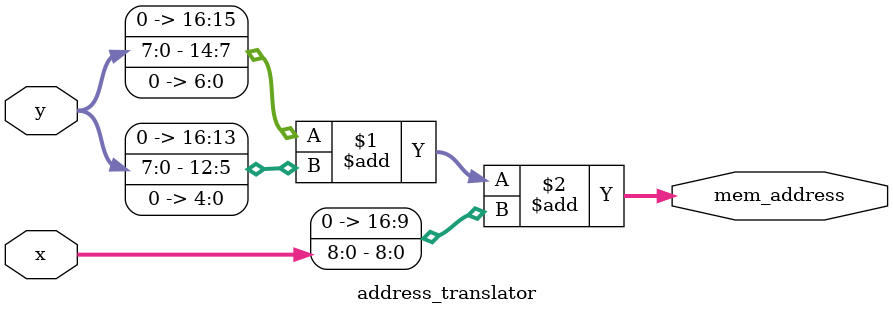
<source format=v>

`timescale 1ns / 1ns
`default_nettype none

`include "resolution.v"

module vga_demo (CLOCK_50, KEY, HEX5, HEX4, HEX3, HEX2, HEX1, HEX0, VGA_X, VGA_Y, VGA_COLOR, plot);

    parameter nX = `ifdef VGA_640_480 10 `elsif VGA_320_240 9 `else 8 `endif ; // VGA x bitwidth
    parameter nY = nX - 1;

    // Number of columns and rows in the video memory
    parameter COLS = `ifdef VGA_640_480 640 `elsif VGA_320_240 320 `else 160 `endif ;
    parameter ROWS = `ifdef VGA_640_480 480 `elsif VGA_320_240 240 `else 120 `endif ;
    // Number of address bits on the video memory
    parameter Mn =   `ifdef VGA_640_480 19  `elsif VGA_320_240 17  `else 15  `endif ;

    parameter STEP = 24'h000011 ;

    input wire CLOCK_50;            // DE-series board 50 MHz Clock
    input wire [3:0] KEY;           // push buttons
    output wire [6:0] HEX5, HEX4, HEX3, HEX2, HEX1, HEX0;   // 7-segment displays
    output wire [nX-1:0] VGA_X;     // VGA column
    output wire [nY-1:0] VGA_Y;     // VGA row
    output wire [23:0] VGA_COLOR;   // VGA pixel colour (24-bit color)
    output wire plot;               // Pixel is drawn plot = 1

    wire Resetn;                    // active-low reset
    assign Resetn = KEY[0];
    reg [nX-1:0] x;                 // used when drawing individual colors
    reg [nY-1:0] y;                 // used when drawing individual colors
    reg [23:0] color;               // used when drawing individual colors
    reg [2:0] ramp;     // used to ramp up/down RGB components of the rainbow

    always @(posedge CLOCK_50) begin
        if (Resetn == 0) begin
            x <= COLS >> 2;         // set starting x coordinate
            y <= ROWS >> 2;         // set starting y coordinate 
            ramp <= 3'h0;
            color <= 24'hFF0000;    // set starting color to red
        end

        /* Code to generate rainbow colors.
            Algorithm is to set (two colors at a time) in RBG in this manner:

            RRRRG-RGGGG-GGGGB-GBBBB-BBBBR-BRRRR     saturation level
               G   R       B   G       R   B   
              G     R     B     G     R     B
             G       R   B       G   R       B
            GBBBB-BBBBR-BRRRR-RRRRG-RGGGG-GGGGB     0 level
        */   
        else begin
            if(x == COLS-(COLS >> 2)) begin
                x <= COLS >> 2;
                if(y == ROWS-(ROWS >> 2)) begin
                    y <= ROWS >> 2;
                    if (ramp == 3'h0) begin
                        if (color != 24'hFFFF00)
                            color <= color + (STEP << 8);       // ramp up G
                        else begin
                            ramp <= ramp + 3'b1;
                            color <= color - (STEP << 16);
                        end
                    end
                    else if (ramp == 3'h1) begin
                        if (color != 24'h00FF00)
                            color <= color - (STEP << 16);      // ramp down R
                        else begin
                            ramp <= ramp + 3'b1;
                            color <= color + STEP;
                        end
                    end
                    else if (ramp == 3'h2) begin
                        if (color != 24'h00FFFF)
                            color <= color + STEP;              // ramp up B
                        else begin
                            ramp <= ramp + 3'b1;
                            color <= color - (STEP << 8);
                        end
                    end
                    else if (ramp == 3'h3) begin
                        if (color != 24'h0000FF)
                            color <= color - (STEP << 8);       // ramp down G
                        else begin
                            ramp <= ramp + 3'b1;
                            color <= color + (STEP << 16);
                        end
                    end
                    else if (ramp == 3'h4) begin
                        if (color != 24'hFF00FF)
                            color <= color + (STEP << 16);      // ramp up R
                        else begin
                            ramp <= ramp + 3'b1;
                            color <= color - STEP;
                        end
                    end
                    else if (ramp == 3'h5) begin
                        if (color != 24'hFF0000)
                            color <= color - STEP;              // ramp down B
                        else begin
                            ramp <= ramp + 3'b1;
                        end
                    end
                end
                else begin
                    y <= y + 1'b1;
                end
            end
            else begin
                x <= x + 1'b1;
            end  
        end
    end

    // show the RGB color components on hex displays
    hex7seg H0 (color[3:0], HEX0);
    hex7seg H1 (color[7:4], HEX1);
    hex7seg H2 (color[11:8], HEX2);
    hex7seg H3 (color[15:12], HEX3);
    hex7seg H4 (color[19:16], HEX4);
    hex7seg H5 (color[23:20], HEX5);

    reg [nX-1:0] x_add;     // used when displaying MIF from memory
    reg [nY-1:0] y_add;     // used when displaying MIF from memory
    wire [Mn-1:0] address;  // used when displaying MIF from memory
    wire [11:0] MIF_color;  // used when displaying MIF from memory

    always @(posedge CLOCK_50)
        if(ramp < 3'h6) begin       // wait until all colors have been drawn once
            x_add <= 'b0;
            y_add <= 'b0;
        end
        else begin                  // generate all VGA (x,y) addresses
            if (x_add < COLS)
                x_add <= x_add + 'b1;
            else
            if (y_add < ROWS) begin
                y_add <= y_add + 'b1;
                x_add <= 'b0;
            end
        end

    // translate (x,y) to a memory address
    address_translator U1 (x_add, y_add, address);
        defparam U1.nX = nX;
        defparam U1.nY = nY;
        defparam U1.Mn = Mn;

    // instantiate the video memory
    object_mem U2 (address, CLOCK_50, MIF_color);
        defparam U2.n = 12;
        defparam U2.Mn = Mn;
        defparam U2.INIT_FILE = 
            `ifdef VGA_640_480 "rainbow_640_12.mif"
            `elsif VGA_320_240 "rainbow_320_12.mif"
            `else "rainbow_160_12.mif" `endif ;

    // display either individual colors, or the MIF rainbow of colors. The MIF has 12-bit
    // colors, so these are converted to 24-bit colors
    assign VGA_X = (ramp < 3'h6) ? x : x_add;
    assign VGA_Y = (ramp < 3'h6) ? y : y_add;
    assign VGA_COLOR = (ramp < 3'h6) ? color : 
        {{2{MIF_color[11:8]}},{2{MIF_color[7:4]}},{2{MIF_color[3:0]}}};
    assign plot = 1'b1;

endmodule

module hex7seg (hex, display);
    input wire [3:0] hex;
    output reg [6:0] display;

    /*
     *       0  
     *      ---  
     *     |   |
     *    5|   |1
     *     | 6 |
     *      ---  
     *     |   |
     *    4|   |2
     *     |   |
     *      ---  
     *       3  
     */
    always @ (hex)
        case (hex)
            4'h0: display = 7'b1000000;
            4'h1: display = 7'b1111001;
            4'h2: display = 7'b0100100;
            4'h3: display = 7'b0110000;
            4'h4: display = 7'b0011001;
            4'h5: display = 7'b0010010;
            4'h6: display = 7'b0000010;
            4'h7: display = 7'b1111000;
            4'h8: display = 7'b0000000;
            4'h9: display = 7'b0011000;
            4'hA: display = 7'b0001000;
            4'hB: display = 7'b0000011;
            4'hC: display = 7'b1000110;
            4'hD: display = 7'b0100001;
            4'hE: display = 7'b0000110;
            4'hF: display = 7'b0001110;
        endcase
endmodule

/* This module converts an (x,y) coordinate into a memory address.
 * The output of the module depends on the resolution.
 */
module address_translator(x, y, mem_address);

    parameter nX = 9, nY = 8, Mn = 17;  // default bit widths
    
	input wire [nX-1:0] x; 
	input wire [nY-1:0] y;	
	output wire [Mn-1:0] mem_address;
	
	/* The basic formula is address = y*WIDTH + x;
	 * For 320x240 resolution we can write 320 as (256 + 64). Memory address becomes
	 * (y*256) + (y*64) + x;
	 * This simplifies multiplication a simple shift and add operation.
	 * A leading 0 bit is added to each operand to ensure that they are treated as unsigned
	 * inputs. By default the use a '+' operator will generate a signed adder.
	 * Similarly, for 160x120 resolution we write 160 as 128+32.
     * For 640 we use 512 + 128
	 */
    assign mem_address = 
        `ifdef VGA_640_480 
	        ({1'b0, y, 9'd0} + {1'b0, y, 7'd0} + {1'b0, x});
        `elsif VGA_320_240 
	        ({1'b0, y, 8'd0} + {1'b0, y, 6'd0} + {1'b0, x});
        `else 
	        ({1'b0, y, 7'd0} + {1'b0, y, 5'd0} + {1'b0, x});
        `endif
    
endmodule

</source>
